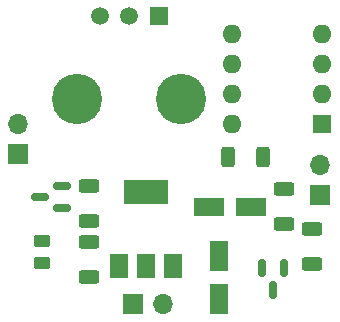
<source format=gts>
G04 #@! TF.GenerationSoftware,KiCad,Pcbnew,(6.0.7)*
G04 #@! TF.CreationDate,2024-01-15T20:32:35-05:00*
G04 #@! TF.ProjectId,pcb_chip,7063625f-6368-4697-902e-6b696361645f,rev?*
G04 #@! TF.SameCoordinates,Original*
G04 #@! TF.FileFunction,Soldermask,Top*
G04 #@! TF.FilePolarity,Negative*
%FSLAX46Y46*%
G04 Gerber Fmt 4.6, Leading zero omitted, Abs format (unit mm)*
G04 Created by KiCad (PCBNEW (6.0.7)) date 2024-01-15 20:32:35*
%MOMM*%
%LPD*%
G01*
G04 APERTURE LIST*
G04 Aperture macros list*
%AMRoundRect*
0 Rectangle with rounded corners*
0 $1 Rounding radius*
0 $2 $3 $4 $5 $6 $7 $8 $9 X,Y pos of 4 corners*
0 Add a 4 corners polygon primitive as box body*
4,1,4,$2,$3,$4,$5,$6,$7,$8,$9,$2,$3,0*
0 Add four circle primitives for the rounded corners*
1,1,$1+$1,$2,$3*
1,1,$1+$1,$4,$5*
1,1,$1+$1,$6,$7*
1,1,$1+$1,$8,$9*
0 Add four rect primitives between the rounded corners*
20,1,$1+$1,$2,$3,$4,$5,0*
20,1,$1+$1,$4,$5,$6,$7,0*
20,1,$1+$1,$6,$7,$8,$9,0*
20,1,$1+$1,$8,$9,$2,$3,0*%
G04 Aperture macros list end*
%ADD10RoundRect,0.250000X0.450000X-0.262500X0.450000X0.262500X-0.450000X0.262500X-0.450000X-0.262500X0*%
%ADD11R,1.600000X1.600000*%
%ADD12O,1.600000X1.600000*%
%ADD13RoundRect,0.250000X0.312500X0.625000X-0.312500X0.625000X-0.312500X-0.625000X0.312500X-0.625000X0*%
%ADD14RoundRect,0.150000X-0.150000X0.587500X-0.150000X-0.587500X0.150000X-0.587500X0.150000X0.587500X0*%
%ADD15RoundRect,0.250000X-0.625000X0.312500X-0.625000X-0.312500X0.625000X-0.312500X0.625000X0.312500X0*%
%ADD16RoundRect,0.250000X0.625000X-0.312500X0.625000X0.312500X-0.625000X0.312500X-0.625000X-0.312500X0*%
%ADD17RoundRect,0.250000X-1.050000X-0.550000X1.050000X-0.550000X1.050000X0.550000X-1.050000X0.550000X0*%
%ADD18R,1.500000X1.500000*%
%ADD19C,1.500000*%
%ADD20C,4.260000*%
%ADD21R,1.700000X1.700000*%
%ADD22O,1.700000X1.700000*%
%ADD23RoundRect,0.150000X0.587500X0.150000X-0.587500X0.150000X-0.587500X-0.150000X0.587500X-0.150000X0*%
%ADD24RoundRect,0.250000X-0.550000X1.050000X-0.550000X-1.050000X0.550000X-1.050000X0.550000X1.050000X0*%
%ADD25R,1.500000X2.000000*%
%ADD26R,3.800000X2.000000*%
G04 APERTURE END LIST*
D10*
X117449600Y-102664900D03*
X117449600Y-100839900D03*
D11*
X141173200Y-90932000D03*
D12*
X141173200Y-88392000D03*
X141173200Y-85852000D03*
X141173200Y-83312000D03*
X133553200Y-83312000D03*
X133553200Y-85852000D03*
X133553200Y-88392000D03*
X133553200Y-90932000D03*
D13*
X136133300Y-93726000D03*
X133208300Y-93726000D03*
D14*
X137957600Y-103100900D03*
X136057600Y-103100900D03*
X137007600Y-104975900D03*
D15*
X137922000Y-96429100D03*
X137922000Y-99354100D03*
D16*
X121412000Y-99125500D03*
X121412000Y-96200500D03*
D17*
X131550000Y-97917000D03*
X135150000Y-97917000D03*
D15*
X140309600Y-99832700D03*
X140309600Y-102757700D03*
D16*
X121412000Y-103824500D03*
X121412000Y-100899500D03*
D18*
X127341000Y-81755000D03*
D19*
X124841000Y-81755000D03*
X122341000Y-81755000D03*
D20*
X129241000Y-88755000D03*
X120441000Y-88755000D03*
D21*
X115417600Y-93477000D03*
D22*
X115417600Y-90937000D03*
D21*
X140970000Y-96906000D03*
D22*
X140970000Y-94366000D03*
D21*
X125171200Y-106172000D03*
D22*
X127711200Y-106172000D03*
D23*
X119149100Y-98028800D03*
X119149100Y-96128800D03*
X117274100Y-97078800D03*
D24*
X132384800Y-102086000D03*
X132384800Y-105686000D03*
D25*
X123938000Y-102972000D03*
X126238000Y-102972000D03*
D26*
X126238000Y-96672000D03*
D25*
X128538000Y-102972000D03*
M02*

</source>
